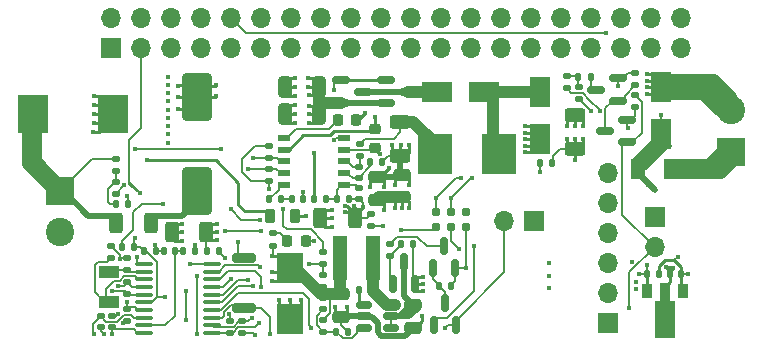
<source format=gtl>
%TF.GenerationSoftware,KiCad,Pcbnew,(6.0.5)*%
%TF.CreationDate,2022-05-29T19:21:04+02:00*%
%TF.ProjectId,SolarCamPiV2,536f6c61-7243-4616-9d50-6956322e6b69,rev?*%
%TF.SameCoordinates,Original*%
%TF.FileFunction,Copper,L1,Top*%
%TF.FilePolarity,Positive*%
%FSLAX46Y46*%
G04 Gerber Fmt 4.6, Leading zero omitted, Abs format (unit mm)*
G04 Created by KiCad (PCBNEW (6.0.5)) date 2022-05-29 19:21:04*
%MOMM*%
%LPD*%
G01*
G04 APERTURE LIST*
G04 Aperture macros list*
%AMRoundRect*
0 Rectangle with rounded corners*
0 $1 Rounding radius*
0 $2 $3 $4 $5 $6 $7 $8 $9 X,Y pos of 4 corners*
0 Add a 4 corners polygon primitive as box body*
4,1,4,$2,$3,$4,$5,$6,$7,$8,$9,$2,$3,0*
0 Add four circle primitives for the rounded corners*
1,1,$1+$1,$2,$3*
1,1,$1+$1,$4,$5*
1,1,$1+$1,$6,$7*
1,1,$1+$1,$8,$9*
0 Add four rect primitives between the rounded corners*
20,1,$1+$1,$2,$3,$4,$5,0*
20,1,$1+$1,$4,$5,$6,$7,0*
20,1,$1+$1,$6,$7,$8,$9,0*
20,1,$1+$1,$8,$9,$2,$3,0*%
%AMFreePoly0*
4,1,9,3.862500,-0.866500,0.737500,-0.866500,0.737500,-0.450000,-0.737500,-0.450000,-0.737500,0.450000,0.737500,0.450000,0.737500,0.866500,3.862500,0.866500,3.862500,-0.866500,3.862500,-0.866500,$1*%
G04 Aperture macros list end*
%TA.AperFunction,SMDPad,CuDef*%
%ADD10RoundRect,0.140000X-0.170000X0.140000X-0.170000X-0.140000X0.170000X-0.140000X0.170000X0.140000X0*%
%TD*%
%TA.AperFunction,SMDPad,CuDef*%
%ADD11RoundRect,0.250000X0.475000X-0.250000X0.475000X0.250000X-0.475000X0.250000X-0.475000X-0.250000X0*%
%TD*%
%TA.AperFunction,SMDPad,CuDef*%
%ADD12RoundRect,0.140000X0.170000X-0.140000X0.170000X0.140000X-0.170000X0.140000X-0.170000X-0.140000X0*%
%TD*%
%TA.AperFunction,SMDPad,CuDef*%
%ADD13RoundRect,0.135000X0.185000X-0.135000X0.185000X0.135000X-0.185000X0.135000X-0.185000X-0.135000X0*%
%TD*%
%TA.AperFunction,SMDPad,CuDef*%
%ADD14R,2.500000X3.300000*%
%TD*%
%TA.AperFunction,SMDPad,CuDef*%
%ADD15R,1.200000X3.700000*%
%TD*%
%TA.AperFunction,SMDPad,CuDef*%
%ADD16RoundRect,0.250000X-0.312500X-0.625000X0.312500X-0.625000X0.312500X0.625000X-0.312500X0.625000X0*%
%TD*%
%TA.AperFunction,SMDPad,CuDef*%
%ADD17RoundRect,0.135000X-0.185000X0.135000X-0.185000X-0.135000X0.185000X-0.135000X0.185000X0.135000X0*%
%TD*%
%TA.AperFunction,ComponentPad*%
%ADD18R,1.700000X1.700000*%
%TD*%
%TA.AperFunction,ComponentPad*%
%ADD19O,1.700000X1.700000*%
%TD*%
%TA.AperFunction,SMDPad,CuDef*%
%ADD20RoundRect,0.250000X0.312500X0.625000X-0.312500X0.625000X-0.312500X-0.625000X0.312500X-0.625000X0*%
%TD*%
%TA.AperFunction,SMDPad,CuDef*%
%ADD21RoundRect,0.135000X0.135000X0.185000X-0.135000X0.185000X-0.135000X-0.185000X0.135000X-0.185000X0*%
%TD*%
%TA.AperFunction,SMDPad,CuDef*%
%ADD22RoundRect,0.140000X-0.140000X-0.170000X0.140000X-0.170000X0.140000X0.170000X-0.140000X0.170000X0*%
%TD*%
%TA.AperFunction,SMDPad,CuDef*%
%ADD23R,1.800000X2.500000*%
%TD*%
%TA.AperFunction,SMDPad,CuDef*%
%ADD24R,2.500000X1.800000*%
%TD*%
%TA.AperFunction,SMDPad,CuDef*%
%ADD25RoundRect,0.135000X-0.135000X-0.185000X0.135000X-0.185000X0.135000X0.185000X-0.135000X0.185000X0*%
%TD*%
%TA.AperFunction,SMDPad,CuDef*%
%ADD26RoundRect,0.100000X-0.637500X-0.100000X0.637500X-0.100000X0.637500X0.100000X-0.637500X0.100000X0*%
%TD*%
%TA.AperFunction,SMDPad,CuDef*%
%ADD27RoundRect,0.225000X0.250000X-0.225000X0.250000X0.225000X-0.250000X0.225000X-0.250000X-0.225000X0*%
%TD*%
%TA.AperFunction,SMDPad,CuDef*%
%ADD28RoundRect,0.250000X1.000000X-1.750000X1.000000X1.750000X-1.000000X1.750000X-1.000000X-1.750000X0*%
%TD*%
%TA.AperFunction,SMDPad,CuDef*%
%ADD29RoundRect,0.150000X0.150000X-0.587500X0.150000X0.587500X-0.150000X0.587500X-0.150000X-0.587500X0*%
%TD*%
%TA.AperFunction,SMDPad,CuDef*%
%ADD30R,0.900000X1.300000*%
%TD*%
%TA.AperFunction,SMDPad,CuDef*%
%ADD31FreePoly0,270.000000*%
%TD*%
%TA.AperFunction,ConnectorPad*%
%ADD32C,0.787400*%
%TD*%
%TA.AperFunction,SMDPad,CuDef*%
%ADD33RoundRect,0.225000X0.225000X0.250000X-0.225000X0.250000X-0.225000X-0.250000X0.225000X-0.250000X0*%
%TD*%
%TA.AperFunction,SMDPad,CuDef*%
%ADD34RoundRect,0.200000X-0.800000X0.200000X-0.800000X-0.200000X0.800000X-0.200000X0.800000X0.200000X0*%
%TD*%
%TA.AperFunction,SMDPad,CuDef*%
%ADD35R,1.100000X0.510000*%
%TD*%
%TA.AperFunction,SMDPad,CuDef*%
%ADD36RoundRect,0.218750X0.218750X0.256250X-0.218750X0.256250X-0.218750X-0.256250X0.218750X-0.256250X0*%
%TD*%
%TA.AperFunction,SMDPad,CuDef*%
%ADD37RoundRect,0.250000X0.375000X0.625000X-0.375000X0.625000X-0.375000X-0.625000X0.375000X-0.625000X0*%
%TD*%
%TA.AperFunction,SMDPad,CuDef*%
%ADD38RoundRect,0.218750X0.218750X0.381250X-0.218750X0.381250X-0.218750X-0.381250X0.218750X-0.381250X0*%
%TD*%
%TA.AperFunction,SMDPad,CuDef*%
%ADD39R,2.300000X2.500000*%
%TD*%
%TA.AperFunction,SMDPad,CuDef*%
%ADD40RoundRect,0.150000X-0.512500X-0.150000X0.512500X-0.150000X0.512500X0.150000X-0.512500X0.150000X0*%
%TD*%
%TA.AperFunction,ComponentPad*%
%ADD41R,2.400000X2.400000*%
%TD*%
%TA.AperFunction,ComponentPad*%
%ADD42C,2.400000*%
%TD*%
%TA.AperFunction,SMDPad,CuDef*%
%ADD43RoundRect,0.250000X-0.625000X0.312500X-0.625000X-0.312500X0.625000X-0.312500X0.625000X0.312500X0*%
%TD*%
%TA.AperFunction,SMDPad,CuDef*%
%ADD44RoundRect,0.250000X-0.325000X-0.650000X0.325000X-0.650000X0.325000X0.650000X-0.325000X0.650000X0*%
%TD*%
%TA.AperFunction,SMDPad,CuDef*%
%ADD45RoundRect,0.140000X0.140000X0.170000X-0.140000X0.170000X-0.140000X-0.170000X0.140000X-0.170000X0*%
%TD*%
%TA.AperFunction,SMDPad,CuDef*%
%ADD46R,1.800000X1.000000*%
%TD*%
%TA.AperFunction,SMDPad,CuDef*%
%ADD47RoundRect,0.150000X-0.587500X-0.150000X0.587500X-0.150000X0.587500X0.150000X-0.587500X0.150000X0*%
%TD*%
%TA.AperFunction,SMDPad,CuDef*%
%ADD48RoundRect,0.150000X0.587500X0.150000X-0.587500X0.150000X-0.587500X-0.150000X0.587500X-0.150000X0*%
%TD*%
%TA.AperFunction,SMDPad,CuDef*%
%ADD49R,2.950000X3.500000*%
%TD*%
%TA.AperFunction,SMDPad,CuDef*%
%ADD50RoundRect,0.250000X-0.475000X0.250000X-0.475000X-0.250000X0.475000X-0.250000X0.475000X0.250000X0*%
%TD*%
%TA.AperFunction,SMDPad,CuDef*%
%ADD51RoundRect,0.250000X0.625000X-0.312500X0.625000X0.312500X-0.625000X0.312500X-0.625000X-0.312500X0*%
%TD*%
%TA.AperFunction,ViaPad*%
%ADD52C,0.450000*%
%TD*%
%TA.AperFunction,Conductor*%
%ADD53C,0.127000*%
%TD*%
%TA.AperFunction,Conductor*%
%ADD54C,0.250000*%
%TD*%
%TA.AperFunction,Conductor*%
%ADD55C,1.000000*%
%TD*%
%TA.AperFunction,Conductor*%
%ADD56C,0.500000*%
%TD*%
G04 APERTURE END LIST*
D10*
%TO.P,C19,1*%
%TO.N,+5V*%
X126400000Y-125920000D03*
%TO.P,C19,2*%
%TO.N,Net-(C19-Pad2)*%
X126400000Y-126880000D03*
%TD*%
D11*
%TO.P,C8,1*%
%TO.N,GND2*%
X130918820Y-117631320D03*
%TO.P,C8,2*%
%TO.N,+BATT*%
X130918820Y-115731320D03*
%TD*%
D10*
%TO.P,C10,1*%
%TO.N,GND*%
X108500000Y-127470000D03*
%TO.P,C10,2*%
%TO.N,/I_{Solar}*%
X108500000Y-128430000D03*
%TD*%
D12*
%TO.P,C22,1*%
%TO.N,Net-(C22-Pad1)*%
X109800000Y-123560000D03*
%TO.P,C22,2*%
%TO.N,GND*%
X109800000Y-122600000D03*
%TD*%
D13*
%TO.P,R17,1*%
%TO.N,+5V*%
X122100000Y-121510000D03*
%TO.P,R17,2*%
%TO.N,Net-(D5-Pad2)*%
X122100000Y-120490000D03*
%TD*%
D14*
%TO.P,D6,1,K*%
%TO.N,/+SOLAR*%
X101799999Y-110400000D03*
%TO.P,D6,2,A*%
%TO.N,GND*%
X108599999Y-110400000D03*
%TD*%
D15*
%TO.P,L2,1*%
%TO.N,Net-(C17-Pad2)*%
X130600000Y-122600000D03*
%TO.P,L2,2*%
%TO.N,+5V*%
X127800000Y-122600000D03*
%TD*%
D16*
%TO.P,R13,1*%
%TO.N,/+SOLAR*%
X108837500Y-119600000D03*
%TO.P,R13,2*%
%TO.N,Net-(C26-Pad1)*%
X111762500Y-119600000D03*
%TD*%
D17*
%TO.P,R9,1*%
%TO.N,GND*%
X126400000Y-122090000D03*
%TO.P,R9,2*%
%TO.N,Net-(R10-Pad1)*%
X126400000Y-123110000D03*
%TD*%
D18*
%TO.P,JP1,1,A*%
%TO.N,+3V3*%
X144250000Y-119425000D03*
D19*
%TO.P,JP1,2,B*%
%TO.N,/rpi_on_stm*%
X141710000Y-119425000D03*
%TD*%
D20*
%TO.P,R8,1*%
%TO.N,GND2*%
X129062500Y-119200000D03*
%TO.P,R8,2*%
%TO.N,GND1*%
X126137500Y-119200000D03*
%TD*%
D21*
%TO.P,R14,1*%
%TO.N,+BATT*%
X131360000Y-114450000D03*
%TO.P,R14,2*%
%TO.N,Net-(C7-Pad2)*%
X130340000Y-114450000D03*
%TD*%
D22*
%TO.P,C21,1*%
%TO.N,/~{RST}*%
X111220000Y-122000000D03*
%TO.P,C21,2*%
%TO.N,GND*%
X112180000Y-122000000D03*
%TD*%
D17*
%TO.P,R33,1*%
%TO.N,Net-(R32-Pad2)*%
X147000000Y-107190000D03*
%TO.P,R33,2*%
%TO.N,GND*%
X147000000Y-108210000D03*
%TD*%
D13*
%TO.P,R34,1*%
%TO.N,/U_{Batt}*%
X148000000Y-109110000D03*
%TO.P,R34,2*%
%TO.N,Net-(R32-Pad2)*%
X148000000Y-108090000D03*
%TD*%
D23*
%TO.P,D7,1,K*%
%TO.N,+BATT*%
X155000000Y-112100000D03*
%TO.P,D7,2,A*%
%TO.N,GND2*%
X155000000Y-108100000D03*
%TD*%
%TO.P,D2,1,K*%
%TO.N,Net-(D1-Pad1)*%
X144718820Y-108481320D03*
%TO.P,D2,2,A*%
%TO.N,GND1*%
X144718820Y-112481320D03*
%TD*%
D24*
%TO.P,D1,1,K*%
%TO.N,Net-(D1-Pad1)*%
X140018820Y-108481320D03*
%TO.P,D1,2,A*%
%TO.N,Net-(D1-Pad2)*%
X136018820Y-108481320D03*
%TD*%
D17*
%TO.P,R30,1*%
%TO.N,/u_batt_div_on*%
X152800000Y-108800000D03*
%TO.P,R30,2*%
%TO.N,GND*%
X152800000Y-109820000D03*
%TD*%
D25*
%TO.P,R24,1*%
%TO.N,/I_{Load}*%
X144690000Y-114525000D03*
%TO.P,R24,2*%
%TO.N,GND3*%
X145710000Y-114525000D03*
%TD*%
D11*
%TO.P,C15,1*%
%TO.N,GND3*%
X134000000Y-128450000D03*
%TO.P,C15,2*%
%TO.N,Net-(C15-Pad2)*%
X134000000Y-126550000D03*
%TD*%
D26*
%TO.P,U4,1,PB7/PB8*%
%TO.N,/SDA*%
X111237500Y-123075000D03*
%TO.P,U4,2,PB9/PC14-OSC32_IN*%
%TO.N,Net-(C22-Pad1)*%
X111237500Y-123725000D03*
%TO.P,U4,3,PC15-OSC32_OUT*%
%TO.N,Net-(C23-Pad1)*%
X111237500Y-124375000D03*
%TO.P,U4,4,VDD/VDDA*%
%TO.N,Net-(C24-Pad1)*%
X111237500Y-125025000D03*
%TO.P,U4,5,VSS/VSSA*%
%TO.N,GND*%
X111237500Y-125675000D03*
%TO.P,U4,6,NRST*%
%TO.N,/~{RST}*%
X111237500Y-126325000D03*
%TO.P,U4,7,PA0*%
%TO.N,/U_{Solar}*%
X111237500Y-126975000D03*
%TO.P,U4,8,PA1*%
%TO.N,/U_{Batt}*%
X111237500Y-127625000D03*
%TO.P,U4,9,PA2*%
%TO.N,/U_{Load}*%
X111237500Y-128275000D03*
%TO.P,U4,10,PA3*%
%TO.N,/I_{Solar}*%
X111237500Y-128925000D03*
%TO.P,U4,11,PA4*%
%TO.N,/I_{Charge}*%
X116962500Y-128925000D03*
%TO.P,U4,12,PA5*%
%TO.N,/I_{Load}*%
X116962500Y-128275000D03*
%TO.P,U4,13,PA6*%
%TO.N,/u_batt_div_on*%
X116962500Y-127625000D03*
%TO.P,U4,14,PA7*%
%TO.N,/rpi_on_stm*%
X116962500Y-126975000D03*
%TO.P,U4,15,PB0/PB1/PB2/PA8*%
%TO.N,/~{CHRG}*%
X116962500Y-126325000D03*
%TO.P,U4,16,PA11[PA9]*%
%TO.N,/~{DONE}*%
X116962500Y-125675000D03*
%TO.P,U4,17,PA12[PA10]*%
%TO.N,/GPIO*%
X116962500Y-125025000D03*
%TO.P,U4,18,PA13*%
%TO.N,/SWDIO*%
X116962500Y-124375000D03*
%TO.P,U4,19,PA15/PA14-BOOT0*%
%TO.N,/SWCLK*%
X116962500Y-123725000D03*
%TO.P,U4,20,PB3/PB4/PB5/PB6*%
%TO.N,/SCL*%
X116962500Y-123075000D03*
%TD*%
D27*
%TO.P,C4,1*%
%TO.N,/+SOLAR*%
X130750000Y-113225000D03*
%TO.P,C4,2*%
%TO.N,GND2*%
X130750000Y-111675000D03*
%TD*%
D17*
%TO.P,R20,1*%
%TO.N,Net-(R19-Pad2)*%
X108800000Y-116090000D03*
%TO.P,R20,2*%
%TO.N,GND*%
X108800000Y-117110000D03*
%TD*%
D28*
%TO.P,C26,1*%
%TO.N,Net-(C26-Pad1)*%
X115700000Y-116932500D03*
%TO.P,C26,2*%
%TO.N,GND*%
X115700000Y-108932500D03*
%TD*%
D29*
%TO.P,Q4,1,G*%
%TO.N,Net-(Q4-Pad1)*%
X132250000Y-124737500D03*
%TO.P,Q4,2,S*%
%TO.N,+BATT*%
X134150000Y-124737500D03*
%TO.P,Q4,3,D*%
%TO.N,Net-(C15-Pad2)*%
X133200000Y-122862500D03*
%TD*%
D21*
%TO.P,R22,1*%
%TO.N,/I_{Solar}*%
X117535000Y-122000000D03*
%TO.P,R22,2*%
%TO.N,GND1*%
X116515000Y-122000000D03*
%TD*%
D10*
%TO.P,C7,1*%
%TO.N,Net-(C7-Pad1)*%
X129418820Y-114820000D03*
%TO.P,C7,2*%
%TO.N,Net-(C7-Pad2)*%
X129418820Y-115780000D03*
%TD*%
D13*
%TO.P,R23,1*%
%TO.N,/I_{Charge}*%
X130425000Y-119885000D03*
%TO.P,R23,2*%
%TO.N,GND2*%
X130425000Y-118865000D03*
%TD*%
D30*
%TO.P,U2,1,GND*%
%TO.N,GND*%
X156800000Y-125350000D03*
D31*
%TO.P,U2,2,VIN*%
%TO.N,+BATT*%
X155300000Y-125437500D03*
D30*
%TO.P,U2,3,VOUT*%
%TO.N,+3V3*%
X153800000Y-125350000D03*
%TD*%
D17*
%TO.P,R29,1*%
%TO.N,Net-(Q3-Pad3)*%
X132025000Y-121389769D03*
%TO.P,R29,2*%
%TO.N,Net-(Q4-Pad1)*%
X132025000Y-122409769D03*
%TD*%
D25*
%TO.P,R28,1*%
%TO.N,Net-(C19-Pad2)*%
X127490000Y-128800000D03*
%TO.P,R28,2*%
%TO.N,GND3*%
X128510000Y-128800000D03*
%TD*%
D22*
%TO.P,C6,1*%
%TO.N,Net-(C6-Pad1)*%
X123738820Y-117581320D03*
%TO.P,C6,2*%
%TO.N,GND2*%
X124698820Y-117581320D03*
%TD*%
D20*
%TO.P,R6,1*%
%TO.N,GND1*%
X116462500Y-120400000D03*
%TO.P,R6,2*%
%TO.N,GND*%
X113537500Y-120400000D03*
%TD*%
D17*
%TO.P,R19,1*%
%TO.N,/+SOLAR*%
X108800000Y-114190000D03*
%TO.P,R19,2*%
%TO.N,Net-(R19-Pad2)*%
X108800000Y-115210000D03*
%TD*%
D12*
%TO.P,C13,1*%
%TO.N,GND*%
X119500000Y-128880000D03*
%TO.P,C13,2*%
%TO.N,/I_{Load}*%
X119500000Y-127920000D03*
%TD*%
D32*
%TO.P,J1,1,VTGT*%
%TO.N,+3V3*%
X135905000Y-119935000D03*
%TO.P,J1,2,SWDIO*%
%TO.N,/SWDIO*%
X135905000Y-118665000D03*
%TO.P,J1,3,~{RESET}*%
%TO.N,/~{RST}*%
X137175000Y-119935000D03*
%TO.P,J1,4,SWCLK*%
%TO.N,/SWCLK*%
X137175000Y-118665000D03*
%TO.P,J1,5,GND*%
%TO.N,GND*%
X138445000Y-119935000D03*
%TO.P,J1,6,SWO*%
%TO.N,unconnected-(J1-Pad6)*%
X138445000Y-118665000D03*
%TD*%
D25*
%TO.P,R25,1*%
%TO.N,Net-(Q4-Pad1)*%
X132990000Y-121400000D03*
%TO.P,R25,2*%
%TO.N,+BATT*%
X134010000Y-121400000D03*
%TD*%
D13*
%TO.P,R3,1*%
%TO.N,+3V3*%
X121750000Y-116035000D03*
%TO.P,R3,2*%
%TO.N,/~{DONE}*%
X121750000Y-115015000D03*
%TD*%
D33*
%TO.P,C5,1*%
%TO.N,/+SOLAR*%
X129175000Y-110900000D03*
%TO.P,C5,2*%
%TO.N,Net-(C5-Pad2)*%
X127625000Y-110900000D03*
%TD*%
D34*
%TO.P,SW1,1,1*%
%TO.N,+3V3*%
X119700000Y-122600000D03*
%TO.P,SW1,2,2*%
%TO.N,/u_batt_div_on*%
X119700000Y-126800000D03*
%TD*%
D10*
%TO.P,C20,1*%
%TO.N,/U_{Batt}*%
X107550000Y-127470000D03*
%TO.P,C20,2*%
%TO.N,GND*%
X107550000Y-128430000D03*
%TD*%
D29*
%TO.P,D3,1,A*%
%TO.N,/rpi_on_rpi*%
X135750000Y-128237500D03*
%TO.P,D3,2,A*%
%TO.N,/rpi_on_stm*%
X137650000Y-128237500D03*
%TO.P,D3,3,K*%
%TO.N,Net-(D3-Pad3)*%
X136700000Y-126362500D03*
%TD*%
D25*
%TO.P,R21,1*%
%TO.N,Net-(R19-Pad2)*%
X108790000Y-118000000D03*
%TO.P,R21,2*%
%TO.N,/U_{Solar}*%
X109810000Y-118000000D03*
%TD*%
D35*
%TO.P,U1,1,VG*%
%TO.N,Net-(C5-Pad2)*%
X123068820Y-112381320D03*
%TO.P,U1,2,GND*%
%TO.N,GND2*%
X123068820Y-113381320D03*
%TO.P,U1,3,~{CHRG}*%
%TO.N,/~{CHRG}*%
X123068820Y-114381320D03*
%TO.P,U1,4,~{DONE}*%
%TO.N,/~{DONE}*%
X123068820Y-115381320D03*
%TO.P,U1,5,COM*%
%TO.N,Net-(R11-Pad1)*%
X123068820Y-116381320D03*
%TO.P,U1,6,MPPT*%
%TO.N,Net-(C3-Pad2)*%
X128168820Y-116381320D03*
%TO.P,U1,7,BAT*%
%TO.N,Net-(C7-Pad2)*%
X128168820Y-115381320D03*
%TO.P,U1,8,CSP*%
%TO.N,Net-(C7-Pad1)*%
X128168820Y-114381320D03*
%TO.P,U1,9,VCC*%
%TO.N,/+SOLAR*%
X128168820Y-113381320D03*
%TO.P,U1,10,DRV*%
%TO.N,Net-(Q1-Pad1)*%
X128168820Y-112381320D03*
%TD*%
D36*
%TO.P,D5,1,K*%
%TO.N,GND3*%
X124887500Y-121100000D03*
%TO.P,D5,2,A*%
%TO.N,Net-(D5-Pad2)*%
X123312500Y-121100000D03*
%TD*%
D37*
%TO.P,F1,1*%
%TO.N,Net-(BT1-Pad1)*%
X155850000Y-115025000D03*
%TO.P,F1,2*%
%TO.N,+BATT*%
X153050000Y-115025000D03*
%TD*%
D13*
%TO.P,R4,1*%
%TO.N,/~{CHRG}*%
X121750000Y-114110000D03*
%TO.P,R4,2*%
%TO.N,+3V3*%
X121750000Y-113090000D03*
%TD*%
D12*
%TO.P,C3,1*%
%TO.N,GND2*%
X129418820Y-117580000D03*
%TO.P,C3,2*%
%TO.N,Net-(C3-Pad2)*%
X129418820Y-116620000D03*
%TD*%
D11*
%TO.P,C9,1*%
%TO.N,GND2*%
X133018820Y-117431320D03*
%TO.P,C9,2*%
%TO.N,+BATT*%
X133018820Y-115531320D03*
%TD*%
D18*
%TO.P,J3,1,Pin_1*%
%TO.N,GND3*%
X150500000Y-128050000D03*
D19*
%TO.P,J3,2,Pin_2*%
%TO.N,unconnected-(J3-Pad2)*%
X150500000Y-125510000D03*
%TO.P,J3,3,Pin_3*%
%TO.N,unconnected-(J3-Pad3)*%
X150500000Y-122970000D03*
%TO.P,J3,4,Pin_4*%
%TO.N,/TX*%
X150500000Y-120430000D03*
%TO.P,J3,5,Pin_5*%
%TO.N,/RX*%
X150500000Y-117890000D03*
%TO.P,J3,6,Pin_6*%
%TO.N,unconnected-(J3-Pad6)*%
X150500000Y-115350000D03*
%TD*%
D38*
%TO.P,FB1,1*%
%TO.N,+3V3*%
X124012499Y-119050000D03*
%TO.P,FB1,2*%
%TO.N,Net-(C24-Pad1)*%
X121887499Y-119050000D03*
%TD*%
D17*
%TO.P,R7,1*%
%TO.N,Net-(R10-Pad1)*%
X126400000Y-123990000D03*
%TO.P,R7,2*%
%TO.N,+5V*%
X126400000Y-125010000D03*
%TD*%
D39*
%TO.P,D4,1,A1*%
%TO.N,+5V*%
X123600000Y-123450000D03*
%TO.P,D4,2,A2*%
%TO.N,GND3*%
X123600000Y-127750000D03*
%TD*%
D25*
%TO.P,R5,1*%
%TO.N,+3V3*%
X109340000Y-121600000D03*
%TO.P,R5,2*%
%TO.N,/~{RST}*%
X110360000Y-121600000D03*
%TD*%
D40*
%TO.P,U3,1,BS*%
%TO.N,Net-(C17-Pad1)*%
X129862500Y-126550000D03*
%TO.P,U3,2,GND*%
%TO.N,GND3*%
X129862500Y-127500000D03*
%TO.P,U3,3,FB*%
%TO.N,Net-(C19-Pad2)*%
X129862500Y-128450000D03*
%TO.P,U3,4,EN*%
%TO.N,Net-(C15-Pad2)*%
X132137500Y-128450000D03*
%TO.P,U3,5,IN*%
X132137500Y-127500000D03*
%TO.P,U3,6,LX*%
%TO.N,Net-(C17-Pad2)*%
X132137500Y-126550000D03*
%TD*%
D41*
%TO.P,SC1,1,+*%
%TO.N,/+SOLAR*%
X104100000Y-116900000D03*
D42*
%TO.P,SC1,2,-*%
%TO.N,GND*%
X104100000Y-120400000D03*
%TD*%
D21*
%TO.P,R10,1*%
%TO.N,Net-(R10-Pad1)*%
X115535000Y-122000000D03*
%TO.P,R10,2*%
%TO.N,/U_{Load}*%
X114515000Y-122000000D03*
%TD*%
D43*
%TO.P,R15,1*%
%TO.N,Net-(L1-Pad2)*%
X132918820Y-111018820D03*
%TO.P,R15,2*%
%TO.N,+BATT*%
X132918820Y-113943820D03*
%TD*%
D44*
%TO.P,C1,1*%
%TO.N,GND2*%
X123106320Y-108081320D03*
%TO.P,C1,2*%
%TO.N,/+SOLAR*%
X126056320Y-108081320D03*
%TD*%
D45*
%TO.P,C14,1*%
%TO.N,GND*%
X156680000Y-123900000D03*
%TO.P,C14,2*%
%TO.N,+BATT*%
X155720000Y-123900000D03*
%TD*%
D44*
%TO.P,C2,1*%
%TO.N,GND2*%
X123106320Y-110381320D03*
%TO.P,C2,2*%
%TO.N,/+SOLAR*%
X126056320Y-110381320D03*
%TD*%
D10*
%TO.P,C24,1*%
%TO.N,Net-(C24-Pad1)*%
X109800000Y-124620000D03*
%TO.P,C24,2*%
%TO.N,GND*%
X109800000Y-125580000D03*
%TD*%
D46*
%TO.P,Y1,1,1*%
%TO.N,Net-(C23-Pad1)*%
X108200000Y-126250000D03*
%TO.P,Y1,2,2*%
%TO.N,Net-(C22-Pad1)*%
X108200000Y-123750000D03*
%TD*%
D25*
%TO.P,R2,1*%
%TO.N,Net-(C3-Pad2)*%
X127508820Y-117581320D03*
%TO.P,R2,2*%
%TO.N,GND2*%
X128528820Y-117581320D03*
%TD*%
D22*
%TO.P,C17,1*%
%TO.N,Net-(C17-Pad1)*%
X129420000Y-125300000D03*
%TO.P,C17,2*%
%TO.N,Net-(C17-Pad2)*%
X130380000Y-125300000D03*
%TD*%
D25*
%TO.P,R1,1*%
%TO.N,/+SOLAR*%
X125608820Y-117581320D03*
%TO.P,R1,2*%
%TO.N,Net-(C3-Pad2)*%
X126628820Y-117581320D03*
%TD*%
D45*
%TO.P,C16,1*%
%TO.N,GND*%
X154780000Y-123900000D03*
%TO.P,C16,2*%
%TO.N,+3V3*%
X153820000Y-123900000D03*
%TD*%
D17*
%TO.P,R27,1*%
%TO.N,+5V*%
X126400000Y-127790000D03*
%TO.P,R27,2*%
%TO.N,Net-(C19-Pad2)*%
X126400000Y-128810000D03*
%TD*%
D41*
%TO.P,BT1,1,+*%
%TO.N,Net-(BT1-Pad1)*%
X160900000Y-113550000D03*
D42*
%TO.P,BT1,2,-*%
%TO.N,GND2*%
X160900000Y-110050000D03*
%TD*%
D47*
%TO.P,Q2,1,G*%
%TO.N,Net-(Q1-Pad1)*%
X127881320Y-107531320D03*
%TO.P,Q2,2,S*%
%TO.N,/+SOLAR*%
X127881320Y-109431320D03*
%TO.P,Q2,3,D*%
%TO.N,Net-(D1-Pad2)*%
X129756320Y-108481320D03*
%TD*%
D48*
%TO.P,Q6,1,G*%
%TO.N,Net-(Q5-Pad3)*%
X151337500Y-109250000D03*
%TO.P,Q6,2,S*%
%TO.N,+BATT*%
X151337500Y-107350000D03*
%TO.P,Q6,3,D*%
%TO.N,Net-(Q6-Pad3)*%
X149462500Y-108300000D03*
%TD*%
D25*
%TO.P,R26,1*%
%TO.N,Net-(D3-Pad3)*%
X136190000Y-124900000D03*
%TO.P,R26,2*%
%TO.N,GND*%
X137210000Y-124900000D03*
%TD*%
D22*
%TO.P,C25,1*%
%TO.N,GND*%
X112870000Y-122000000D03*
%TO.P,C25,2*%
%TO.N,/U_{Load}*%
X113830000Y-122000000D03*
%TD*%
D18*
%TO.P,JP4,1,A*%
%TO.N,+3V3*%
X154425000Y-119100000D03*
D19*
%TO.P,JP4,2,B*%
%TO.N,/u_batt_div_on*%
X154425000Y-121640000D03*
%TD*%
D25*
%TO.P,R11,1*%
%TO.N,Net-(R11-Pad1)*%
X121808820Y-117581320D03*
%TO.P,R11,2*%
%TO.N,Net-(C6-Pad1)*%
X122828820Y-117581320D03*
%TD*%
D12*
%TO.P,C23,1*%
%TO.N,Net-(C23-Pad1)*%
X108450000Y-122530000D03*
%TO.P,C23,2*%
%TO.N,GND*%
X108450000Y-121570000D03*
%TD*%
D49*
%TO.P,L1,1*%
%TO.N,Net-(D1-Pad1)*%
X141268820Y-113781320D03*
%TO.P,L1,2*%
%TO.N,Net-(L1-Pad2)*%
X135818820Y-113781320D03*
%TD*%
D50*
%TO.P,C18,1*%
%TO.N,+5V*%
X127900000Y-125650000D03*
%TO.P,C18,2*%
%TO.N,GND3*%
X127900000Y-127550000D03*
%TD*%
D47*
%TO.P,Q1,1,G*%
%TO.N,Net-(Q1-Pad1)*%
X131681320Y-107531320D03*
%TO.P,Q1,2,S*%
%TO.N,/+SOLAR*%
X131681320Y-109431320D03*
%TO.P,Q1,3,D*%
%TO.N,Net-(D1-Pad2)*%
X133556320Y-108481320D03*
%TD*%
D29*
%TO.P,Q3,1,G*%
%TO.N,Net-(D3-Pad3)*%
X135650000Y-123437500D03*
%TO.P,Q3,2,S*%
%TO.N,GND*%
X137550000Y-123437500D03*
%TO.P,Q3,3,D*%
%TO.N,Net-(Q3-Pad3)*%
X136600000Y-121562500D03*
%TD*%
D48*
%TO.P,Q5,1,G*%
%TO.N,/u_batt_div_on*%
X152137500Y-112750000D03*
%TO.P,Q5,2,S*%
%TO.N,GND*%
X152137500Y-110850000D03*
%TO.P,Q5,3,D*%
%TO.N,Net-(Q5-Pad3)*%
X150262500Y-111800000D03*
%TD*%
D12*
%TO.P,C11,1*%
%TO.N,GND*%
X109800000Y-127880000D03*
%TO.P,C11,2*%
%TO.N,/U_{Solar}*%
X109800000Y-126920000D03*
%TD*%
D21*
%TO.P,R32,1*%
%TO.N,Net-(Q6-Pad3)*%
X149010000Y-107200000D03*
%TO.P,R32,2*%
%TO.N,Net-(R32-Pad2)*%
X147990000Y-107200000D03*
%TD*%
D10*
%TO.P,C12,1*%
%TO.N,GND*%
X118500000Y-127920000D03*
%TO.P,C12,2*%
%TO.N,/I_{Charge}*%
X118500000Y-128880000D03*
%TD*%
D13*
%TO.P,R31,1*%
%TO.N,Net-(Q5-Pad3)*%
X152800000Y-107920000D03*
%TO.P,R31,2*%
%TO.N,+BATT*%
X152800000Y-106900000D03*
%TD*%
%TO.P,R12,1*%
%TO.N,Net-(C7-Pad1)*%
X129450000Y-113910000D03*
%TO.P,R12,2*%
%TO.N,Net-(L1-Pad2)*%
X129450000Y-112890000D03*
%TD*%
D51*
%TO.P,R16,1*%
%TO.N,GND3*%
X147700000Y-113362500D03*
%TO.P,R16,2*%
%TO.N,GND2*%
X147700000Y-110437500D03*
%TD*%
D18*
%TO.P,J2,1,Pin_1*%
%TO.N,unconnected-(J2-Pad1)*%
X108400000Y-104800000D03*
D19*
%TO.P,J2,2,Pin_2*%
%TO.N,+5V*%
X108400000Y-102260000D03*
%TO.P,J2,3,Pin_3*%
%TO.N,/SDA*%
X110940000Y-104800000D03*
%TO.P,J2,4,Pin_4*%
%TO.N,+5V*%
X110940000Y-102260000D03*
%TO.P,J2,5,Pin_5*%
%TO.N,/SCL*%
X113480000Y-104800000D03*
%TO.P,J2,6,Pin_6*%
%TO.N,GND3*%
X113480000Y-102260000D03*
%TO.P,J2,7,Pin_7*%
%TO.N,/GPIO*%
X116020000Y-104800000D03*
%TO.P,J2,8,Pin_8*%
%TO.N,/RX*%
X116020000Y-102260000D03*
%TO.P,J2,9,Pin_9*%
%TO.N,GND3*%
X118560000Y-104800000D03*
%TO.P,J2,10,Pin_10*%
%TO.N,/TX*%
X118560000Y-102260000D03*
%TO.P,J2,11,Pin_11*%
%TO.N,Net-(J2-Pad11)*%
X121100000Y-104800000D03*
%TO.P,J2,12,Pin_12*%
%TO.N,unconnected-(J2-Pad12)*%
X121100000Y-102260000D03*
%TO.P,J2,13,Pin_13*%
%TO.N,Net-(J2-Pad13)*%
X123640000Y-104800000D03*
%TO.P,J2,14,Pin_14*%
%TO.N,GND3*%
X123640000Y-102260000D03*
%TO.P,J2,15,Pin_15*%
%TO.N,Net-(J2-Pad15)*%
X126180000Y-104800000D03*
%TO.P,J2,16,Pin_16*%
%TO.N,unconnected-(J2-Pad16)*%
X126180000Y-102260000D03*
%TO.P,J2,17,Pin_17*%
%TO.N,unconnected-(J2-Pad17)*%
X128720000Y-104800000D03*
%TO.P,J2,18,Pin_18*%
%TO.N,unconnected-(J2-Pad18)*%
X128720000Y-102260000D03*
%TO.P,J2,19,Pin_19*%
%TO.N,unconnected-(J2-Pad19)*%
X131260000Y-104800000D03*
%TO.P,J2,20,Pin_20*%
%TO.N,GND3*%
X131260000Y-102260000D03*
%TO.P,J2,21,Pin_21*%
%TO.N,unconnected-(J2-Pad21)*%
X133800000Y-104800000D03*
%TO.P,J2,22,Pin_22*%
%TO.N,unconnected-(J2-Pad22)*%
X133800000Y-102260000D03*
%TO.P,J2,23,Pin_23*%
%TO.N,unconnected-(J2-Pad23)*%
X136340000Y-104800000D03*
%TO.P,J2,24,Pin_24*%
%TO.N,unconnected-(J2-Pad24)*%
X136340000Y-102260000D03*
%TO.P,J2,25,Pin_25*%
%TO.N,GND3*%
X138880000Y-104800000D03*
%TO.P,J2,26,Pin_26*%
%TO.N,unconnected-(J2-Pad26)*%
X138880000Y-102260000D03*
%TO.P,J2,27,Pin_27*%
%TO.N,unconnected-(J2-Pad27)*%
X141420000Y-104800000D03*
%TO.P,J2,28,Pin_28*%
%TO.N,unconnected-(J2-Pad28)*%
X141420000Y-102260000D03*
%TO.P,J2,29,Pin_29*%
%TO.N,Net-(J2-Pad29)*%
X143960000Y-104800000D03*
%TO.P,J2,30,Pin_30*%
%TO.N,GND3*%
X143960000Y-102260000D03*
%TO.P,J2,31,Pin_31*%
%TO.N,unconnected-(J2-Pad31)*%
X146500000Y-104800000D03*
%TO.P,J2,32,Pin_32*%
%TO.N,unconnected-(J2-Pad32)*%
X146500000Y-102260000D03*
%TO.P,J2,33,Pin_33*%
%TO.N,unconnected-(J2-Pad33)*%
X149040000Y-104800000D03*
%TO.P,J2,34,Pin_34*%
%TO.N,GND3*%
X149040000Y-102260000D03*
%TO.P,J2,35,Pin_35*%
%TO.N,unconnected-(J2-Pad35)*%
X151580000Y-104800000D03*
%TO.P,J2,36,Pin_36*%
%TO.N,unconnected-(J2-Pad36)*%
X151580000Y-102260000D03*
%TO.P,J2,37,Pin_37*%
%TO.N,unconnected-(J2-Pad37)*%
X154120000Y-104800000D03*
%TO.P,J2,38,Pin_38*%
%TO.N,unconnected-(J2-Pad38)*%
X154120000Y-102260000D03*
%TO.P,J2,39,Pin_39*%
%TO.N,GND3*%
X156660000Y-104800000D03*
%TO.P,J2,40,Pin_40*%
%TO.N,unconnected-(J2-Pad40)*%
X156660000Y-102260000D03*
%TD*%
D52*
%TO.N,GND2*%
X124025000Y-108075000D03*
X128250000Y-118650000D03*
X129775000Y-118225000D03*
X124025000Y-109625000D03*
X153750000Y-106975000D03*
X153750000Y-108675000D03*
X124025000Y-111150000D03*
X153750000Y-107540000D03*
X124700000Y-116950000D03*
X132425000Y-118300000D03*
X131500000Y-118500000D03*
X128250000Y-118150000D03*
X147700000Y-111400000D03*
X124025000Y-107325000D03*
X133600000Y-118300000D03*
X130750000Y-110650000D03*
X124025000Y-108850000D03*
X153750000Y-108100000D03*
X133025000Y-118300000D03*
X148400000Y-111400000D03*
X124025000Y-110375000D03*
X147000000Y-111400000D03*
X128975000Y-118125000D03*
%TO.N,GND1*%
X143450000Y-113600000D03*
X117400000Y-121000000D03*
X117400000Y-119700000D03*
X117400000Y-120350000D03*
X143450000Y-111950000D03*
X127100000Y-119200000D03*
X143450000Y-111400000D03*
X143450000Y-112500000D03*
X143450000Y-113050000D03*
X127100000Y-119900000D03*
X127100000Y-118500000D03*
%TO.N,/I_{Solar}*%
X108500000Y-129000000D03*
X118025000Y-122525000D03*
X115700000Y-124100000D03*
X115700000Y-129000000D03*
%TO.N,GND*%
X107800000Y-129000000D03*
X109550000Y-116425000D03*
X152500000Y-122900000D03*
X106962500Y-111150000D03*
X108500000Y-125398498D03*
X122950000Y-118425000D03*
X114450000Y-119675000D03*
X114450000Y-120400000D03*
X138500000Y-123400000D03*
X114082500Y-107967500D03*
X149800000Y-110100000D03*
X106950000Y-109600000D03*
X152900000Y-125200000D03*
X152150000Y-111550000D03*
X118400000Y-127325000D03*
X106950000Y-110400000D03*
X114075000Y-108950000D03*
X152900000Y-124600000D03*
X109400000Y-128100000D03*
X112175000Y-121425000D03*
X145500000Y-125100000D03*
X106950000Y-108875000D03*
X117317500Y-108882500D03*
X109150000Y-122650000D03*
X106925000Y-111925000D03*
X145500000Y-124050000D03*
X120600000Y-129050000D03*
X114450000Y-121125000D03*
X156400000Y-122450000D03*
X109000000Y-127300000D03*
X114057500Y-109942500D03*
X157300000Y-123900000D03*
X117317500Y-107957500D03*
X145500000Y-123000000D03*
%TO.N,/U_{Solar}*%
X109800000Y-126300000D03*
X109800000Y-117300000D03*
%TO.N,/I_{Charge}*%
X121000000Y-119325000D03*
X114725000Y-125325000D03*
X114725000Y-127825000D03*
X118550000Y-118425000D03*
X120900000Y-128075000D03*
X131400000Y-119875000D03*
%TO.N,/I_{Load}*%
X120325000Y-127625000D03*
X144700000Y-115300000D03*
%TO.N,+5V*%
X122000000Y-124475000D03*
X122000000Y-123750000D03*
X122000000Y-122425000D03*
%TO.N,/U_{Batt}*%
X107000000Y-129000000D03*
X149075000Y-110125000D03*
%TO.N,/~{RST}*%
X110400000Y-113300000D03*
X117700000Y-113300000D03*
X137875000Y-121825000D03*
X110400000Y-120900000D03*
X113000000Y-125900000D03*
%TO.N,Net-(C24-Pad1)*%
X109000000Y-124950000D03*
X111425000Y-114275000D03*
%TO.N,/~{CHRG}*%
X120450000Y-114125000D03*
X120450000Y-124900000D03*
%TO.N,/~{DONE}*%
X120000000Y-115025000D03*
X120000000Y-124425000D03*
%TO.N,GND3*%
X128400000Y-126700000D03*
X125625000Y-121125000D03*
X147700000Y-112500000D03*
X148400000Y-112500000D03*
X147700000Y-114300000D03*
X124500000Y-126100000D03*
X122600000Y-126100000D03*
X147000000Y-112500000D03*
X134700000Y-127500000D03*
X127400000Y-126700000D03*
X123600000Y-126100000D03*
%TO.N,+3V3*%
X133000000Y-120200000D03*
X153800000Y-123200000D03*
X112800000Y-118000000D03*
X124950000Y-119050000D03*
X119175000Y-121250000D03*
X153150000Y-123900000D03*
X121750000Y-116700000D03*
%TO.N,Net-(Q1-Pad1)*%
X127250000Y-108300000D03*
X127250000Y-112600000D03*
%TO.N,/u_batt_div_on*%
X121900000Y-129000000D03*
X152300000Y-126775000D03*
%TO.N,/SDA*%
X110900000Y-117100000D03*
X110600000Y-122500000D03*
%TO.N,/GPIO*%
X118550000Y-124325000D03*
%TO.N,/SWDIO*%
X135900000Y-117525000D03*
X121100000Y-125000000D03*
X138000000Y-115800000D03*
%TO.N,/SWCLK*%
X121000000Y-123300000D03*
X137175000Y-117525000D03*
X139000000Y-115800000D03*
%TO.N,/SCL*%
X115100000Y-123075000D03*
%TO.N,/+SOLAR*%
X113200000Y-110700000D03*
X113200000Y-109300000D03*
X131175000Y-113750000D03*
X113200000Y-112800000D03*
X113200000Y-110000000D03*
X125600000Y-113700000D03*
X125131180Y-108768680D03*
X125131180Y-111143680D03*
X113200000Y-108600000D03*
X129900000Y-110300000D03*
X125125000Y-107325000D03*
X113200000Y-107900000D03*
X113200000Y-112100000D03*
X125125000Y-108075000D03*
X125131180Y-110368680D03*
X125131180Y-109668680D03*
X113200000Y-111400000D03*
X113200000Y-107200000D03*
%TO.N,+BATT*%
X155000000Y-113500000D03*
X131500000Y-116575000D03*
X156025000Y-123375000D03*
X155000000Y-110475000D03*
X133600000Y-116375000D03*
X153200000Y-113900000D03*
X131950000Y-114925000D03*
X133650000Y-113025000D03*
X154450000Y-116800000D03*
X132425000Y-116375000D03*
X154150000Y-114350000D03*
X134825000Y-124750000D03*
X154050000Y-113050000D03*
X151350000Y-108025000D03*
X155400000Y-123350000D03*
X132175000Y-113025000D03*
X130325000Y-116575000D03*
X132925000Y-113025000D03*
X154000000Y-116350000D03*
X134825000Y-125350000D03*
X134800000Y-124150000D03*
%TO.N,/rpi_on_rpi*%
X139125000Y-121575000D03*
%TO.N,/rpi_on_stm*%
X125375000Y-128475000D03*
X136725000Y-128475000D03*
%TO.N,/TX*%
X150300000Y-103525000D03*
%TO.N,Net-(R10-Pad1)*%
X121125000Y-120300000D03*
X115525000Y-121425000D03*
X118075000Y-120300000D03*
X125200000Y-123100000D03*
%TD*%
D53*
%TO.N,GND2*%
X128528820Y-117581320D02*
X129393680Y-117581320D01*
D54*
X132425000Y-117725000D02*
X132425000Y-118300000D01*
D55*
X159900000Y-110050000D02*
X158550000Y-108700000D01*
D54*
X130918820Y-117631320D02*
X131206320Y-117631320D01*
X154825000Y-108675000D02*
X153750000Y-108675000D01*
D55*
X159450000Y-107500000D02*
X155800000Y-107500000D01*
D54*
X129062500Y-119200000D02*
X129062500Y-118212500D01*
X123106320Y-108081320D02*
X124018680Y-108081320D01*
X123425000Y-109625000D02*
X124025000Y-109625000D01*
X155000000Y-108500000D02*
X154825000Y-108675000D01*
D55*
X155000000Y-108100000D02*
X159000000Y-108100000D01*
D54*
X123450000Y-111150000D02*
X124025000Y-111150000D01*
X147000000Y-110800000D02*
X147000000Y-111400000D01*
X147700000Y-110437500D02*
X148037500Y-110437500D01*
D53*
X124698820Y-117581320D02*
X124698820Y-116951180D01*
D54*
X148400000Y-110800000D02*
X148400000Y-111400000D01*
X123450000Y-107325000D02*
X124025000Y-107325000D01*
X154450000Y-106975000D02*
X153750000Y-106975000D01*
X155000000Y-107525000D02*
X154450000Y-106975000D01*
X123106320Y-110381320D02*
X123106320Y-110806320D01*
X133600000Y-117775000D02*
X133600000Y-118300000D01*
D55*
X158550000Y-108700000D02*
X155250000Y-108700000D01*
D54*
X147362500Y-110437500D02*
X147000000Y-110800000D01*
X154440000Y-107540000D02*
X153750000Y-107540000D01*
X130300000Y-111850000D02*
X130475000Y-111675000D01*
X129062500Y-119200000D02*
X129062500Y-118937500D01*
D55*
X160900000Y-108950000D02*
X159450000Y-107500000D01*
X131118680Y-117431320D02*
X130925000Y-117625000D01*
D54*
X128400000Y-118150000D02*
X128250000Y-118150000D01*
X126950000Y-112150000D02*
X127250000Y-111850000D01*
X123106320Y-109943680D02*
X123425000Y-109625000D01*
X133018820Y-117431320D02*
X133018820Y-118293820D01*
X155000000Y-108100000D02*
X155000000Y-107525000D01*
X124018680Y-110381320D02*
X124025000Y-110375000D01*
X133018820Y-118293820D02*
X133025000Y-118300000D01*
X155000000Y-108100000D02*
X154440000Y-107540000D01*
X132718680Y-117431320D02*
X132425000Y-117725000D01*
X129062500Y-118937500D02*
X129775000Y-118225000D01*
D55*
X159000000Y-108100000D02*
X160950000Y-110050000D01*
D53*
X129062500Y-119200000D02*
X130100000Y-119200000D01*
D54*
X147700000Y-110437500D02*
X147362500Y-110437500D01*
D55*
X133018820Y-117431320D02*
X131118680Y-117431320D01*
D54*
X129062500Y-118937500D02*
X128675000Y-118550000D01*
X129062500Y-118212500D02*
X128975000Y-118125000D01*
X133018820Y-117431320D02*
X133256320Y-117431320D01*
X123106320Y-110806320D02*
X123450000Y-111150000D01*
D53*
X129775000Y-118225000D02*
X129775000Y-117925000D01*
D54*
X131206320Y-117631320D02*
X131500000Y-117925000D01*
X129062500Y-119200000D02*
X129062500Y-118812500D01*
X124018680Y-108081320D02*
X124025000Y-108075000D01*
X155000000Y-108100000D02*
X155000000Y-108500000D01*
X128675000Y-118650000D02*
X128250000Y-118650000D01*
D53*
X124698820Y-116951180D02*
X124700000Y-116950000D01*
X129393680Y-117581320D02*
X129400000Y-117575000D01*
D54*
X124700000Y-112150000D02*
X126950000Y-112150000D01*
X148037500Y-110437500D02*
X148400000Y-110800000D01*
X123425000Y-108850000D02*
X124025000Y-108850000D01*
X123106320Y-108531320D02*
X123425000Y-108850000D01*
X155000000Y-108100000D02*
X153750000Y-108100000D01*
X123106320Y-107668680D02*
X123450000Y-107325000D01*
D55*
X160900000Y-110050000D02*
X159900000Y-110050000D01*
X160900000Y-110050000D02*
X160900000Y-108950000D01*
D54*
X123106320Y-108081320D02*
X123106320Y-108531320D01*
X123106320Y-110381320D02*
X124018680Y-110381320D01*
X123068820Y-113381320D02*
X123468680Y-113381320D01*
D53*
X130100000Y-119200000D02*
X130425000Y-118875000D01*
D54*
X130475000Y-111675000D02*
X130750000Y-111675000D01*
X131500000Y-117925000D02*
X131500000Y-118500000D01*
X129062500Y-118812500D02*
X128400000Y-118150000D01*
X133256320Y-117431320D02*
X133600000Y-117775000D01*
X130750000Y-111675000D02*
X130750000Y-110650000D01*
X123106320Y-110381320D02*
X123106320Y-109943680D01*
D53*
X129775000Y-117925000D02*
X129425000Y-117575000D01*
D54*
X123106320Y-108081320D02*
X123106320Y-107668680D01*
X147700000Y-110437500D02*
X147700000Y-111400000D01*
X133018820Y-117431320D02*
X132718680Y-117431320D01*
X123468680Y-113381320D02*
X124700000Y-112150000D01*
X127250000Y-111850000D02*
X130300000Y-111850000D01*
D53*
%TO.N,Net-(C3-Pad2)*%
X129181320Y-116381320D02*
X129450000Y-116650000D01*
X127481320Y-117581320D02*
X127500000Y-117600000D01*
X127508820Y-116766180D02*
X127900000Y-116375000D01*
X126628820Y-117581320D02*
X127481320Y-117581320D01*
X128168820Y-116381320D02*
X129181320Y-116381320D01*
X127508820Y-117581320D02*
X127508820Y-116766180D01*
X127900000Y-116375000D02*
X128150000Y-116375000D01*
%TO.N,Net-(C5-Pad2)*%
X124100000Y-111650000D02*
X123350000Y-112400000D01*
X126875000Y-111650000D02*
X124100000Y-111650000D01*
X127625000Y-110900000D02*
X126875000Y-111650000D01*
%TO.N,Net-(C6-Pad1)*%
X122828820Y-117581320D02*
X123718680Y-117581320D01*
X123718680Y-117581320D02*
X123725000Y-117575000D01*
%TO.N,Net-(C7-Pad1)*%
X129418820Y-114820000D02*
X128920000Y-114820000D01*
X128920000Y-114820000D02*
X128600000Y-114500000D01*
X129450000Y-113910000D02*
X129450000Y-114800000D01*
%TO.N,Net-(C7-Pad2)*%
X129418820Y-115780000D02*
X128880000Y-115780000D01*
X130340000Y-114810000D02*
X129400000Y-115750000D01*
X130340000Y-114450000D02*
X130340000Y-114810000D01*
X128880000Y-115780000D02*
X128600000Y-115500000D01*
D55*
%TO.N,Net-(D1-Pad2)*%
X135993680Y-108481320D02*
X136000000Y-108475000D01*
D56*
X129756320Y-108481320D02*
X135981320Y-108481320D01*
X135981320Y-108481320D02*
X136000000Y-108500000D01*
D55*
X133556320Y-108481320D02*
X135993680Y-108481320D01*
D54*
%TO.N,GND1*%
X126137500Y-119537500D02*
X126500000Y-119900000D01*
X117400000Y-120350000D02*
X116500000Y-120350000D01*
X116700000Y-121000000D02*
X117400000Y-121000000D01*
X144718820Y-112481320D02*
X144518680Y-112481320D01*
X117350000Y-120400000D02*
X117400000Y-120350000D01*
X144000000Y-113000000D02*
X143950000Y-113050000D01*
X144718820Y-112481320D02*
X143468680Y-112481320D01*
X116462500Y-120400000D02*
X116462500Y-120037500D01*
X116800000Y-119700000D02*
X117400000Y-119700000D01*
X144718820Y-112118820D02*
X144000000Y-111400000D01*
X126500000Y-119900000D02*
X127100000Y-119900000D01*
X116462500Y-120762500D02*
X116700000Y-121000000D01*
X143950000Y-113050000D02*
X143450000Y-113050000D01*
X144518680Y-112481320D02*
X144000000Y-113000000D01*
X126137500Y-119200000D02*
X126137500Y-119537500D01*
D53*
X116462500Y-120400000D02*
X116462500Y-122037500D01*
D54*
X144718820Y-112481320D02*
X144481320Y-112481320D01*
X144718820Y-112881180D02*
X144000000Y-113600000D01*
X144000000Y-113600000D02*
X143450000Y-113600000D01*
X126137500Y-118812500D02*
X126450000Y-118500000D01*
X143950000Y-111950000D02*
X143450000Y-111950000D01*
X144718820Y-112481320D02*
X144718820Y-112881180D01*
X144481320Y-112481320D02*
X143950000Y-111950000D01*
D53*
X116460000Y-120415000D02*
X116475000Y-120400000D01*
D54*
X116462500Y-120400000D02*
X116462500Y-120762500D01*
X126137500Y-119200000D02*
X127100000Y-119200000D01*
X144000000Y-111400000D02*
X143450000Y-111400000D01*
X126137500Y-119200000D02*
X126137500Y-118812500D01*
D53*
X116462500Y-122037500D02*
X116475000Y-122050000D01*
D54*
X144718820Y-112481320D02*
X144718820Y-112118820D01*
X126450000Y-118500000D02*
X127100000Y-118500000D01*
X116462500Y-120037500D02*
X116800000Y-119700000D01*
X143468680Y-112481320D02*
X143450000Y-112500000D01*
D53*
%TO.N,Net-(L1-Pad2)*%
X132918820Y-111018820D02*
X132918820Y-111881180D01*
D55*
X132918820Y-111018820D02*
X134018820Y-111018820D01*
D53*
X132918820Y-111881180D02*
X132350000Y-112450000D01*
D55*
X134018820Y-111018820D02*
X135825000Y-112825000D01*
X135825000Y-112825000D02*
X135825000Y-113775000D01*
D53*
X129900000Y-112450000D02*
X129450000Y-112900000D01*
X132350000Y-112450000D02*
X129900000Y-112450000D01*
%TO.N,/I_{Solar}*%
X108500000Y-128430000D02*
X108500000Y-129000000D01*
X108500000Y-128430000D02*
X108645000Y-128575000D01*
X117535000Y-122035000D02*
X118025000Y-122525000D01*
X110325000Y-128575000D02*
X110625000Y-128875000D01*
X108645000Y-128575000D02*
X110325000Y-128575000D01*
X115700000Y-129000000D02*
X115700000Y-124100000D01*
X117535000Y-122000000D02*
X117535000Y-122035000D01*
%TO.N,Net-(R11-Pad1)*%
X122600000Y-116800000D02*
X122600000Y-116400000D01*
X121818680Y-117581320D02*
X122600000Y-116800000D01*
X121808820Y-117581320D02*
X121818680Y-117581320D01*
%TO.N,GND*%
X108830000Y-127470000D02*
X109000000Y-127300000D01*
X118500000Y-127920000D02*
X118500000Y-127425000D01*
X108500000Y-127470000D02*
X108830000Y-127470000D01*
X111237500Y-125675000D02*
X109850000Y-125675000D01*
D54*
X114092500Y-108932500D02*
X114075000Y-108950000D01*
D53*
X137550000Y-124550000D02*
X137200000Y-124900000D01*
D54*
X108550000Y-110400000D02*
X106950000Y-110400000D01*
X113537500Y-120400000D02*
X113537500Y-120837500D01*
D53*
X148075000Y-108600000D02*
X148350000Y-108600000D01*
D54*
X113537500Y-120837500D02*
X113825000Y-121125000D01*
X115692500Y-108900000D02*
X117300000Y-108900000D01*
D53*
X112180000Y-121430000D02*
X112175000Y-121425000D01*
D54*
X154775000Y-123275000D02*
X154775000Y-123900000D01*
X115692500Y-107975000D02*
X117300000Y-107975000D01*
D53*
X138445000Y-119935000D02*
X138445000Y-123345000D01*
D54*
X107425000Y-111925000D02*
X106925000Y-111925000D01*
X115682500Y-109925000D02*
X114075000Y-109925000D01*
D53*
X107550000Y-128430000D02*
X107550000Y-128750000D01*
X109150000Y-122270000D02*
X109150000Y-122650000D01*
X123325000Y-120150000D02*
X123275000Y-120150000D01*
X108450000Y-121570000D02*
X109150000Y-122270000D01*
X119500000Y-128880000D02*
X120430000Y-128880000D01*
X109800000Y-125580000D02*
X109618498Y-125398498D01*
D54*
X113537500Y-120400000D02*
X114450000Y-120400000D01*
D53*
X138462500Y-123437500D02*
X138500000Y-123400000D01*
D54*
X113825000Y-121125000D02*
X114450000Y-121125000D01*
X108550000Y-110400000D02*
X108550000Y-110000000D01*
D53*
X148900000Y-109150000D02*
X149800000Y-110050000D01*
X149800000Y-110050000D02*
X149800000Y-110100000D01*
X156100000Y-122750000D02*
X156400000Y-122450000D01*
D54*
X156680000Y-123900000D02*
X156680000Y-125255000D01*
D53*
X109200000Y-122600000D02*
X109150000Y-122650000D01*
D54*
X155300000Y-122750000D02*
X154775000Y-123275000D01*
D53*
X109850000Y-125675000D02*
X109775000Y-125600000D01*
D54*
X108550000Y-110400000D02*
X107750000Y-109600000D01*
D53*
X122950000Y-119825000D02*
X122950000Y-118425000D01*
D54*
X156680000Y-123330000D02*
X156100000Y-122750000D01*
X156680000Y-125255000D02*
X156750000Y-125325000D01*
D53*
X137550000Y-123437500D02*
X137550000Y-124550000D01*
D54*
X108550000Y-110800000D02*
X107425000Y-111925000D01*
D53*
X126400000Y-122090000D02*
X126400000Y-121250000D01*
D54*
X113537500Y-119987500D02*
X113850000Y-119675000D01*
X156680000Y-123900000D02*
X156680000Y-123330000D01*
X115707500Y-107950000D02*
X114100000Y-107950000D01*
X107750000Y-109600000D02*
X107725000Y-109575000D01*
D53*
X112870000Y-122000000D02*
X112175000Y-122000000D01*
X147390000Y-108600000D02*
X148075000Y-108600000D01*
D54*
X107737500Y-111150000D02*
X106962500Y-111150000D01*
D53*
X152137500Y-110850000D02*
X152137500Y-111537500D01*
X148350000Y-108600000D02*
X148900000Y-109150000D01*
X152137500Y-111537500D02*
X152150000Y-111550000D01*
D54*
X107725000Y-109600000D02*
X106950000Y-109600000D01*
D53*
X109618498Y-125398498D02*
X108500000Y-125398498D01*
X112180000Y-122000000D02*
X112180000Y-121430000D01*
D54*
X107400000Y-108875000D02*
X106950000Y-108875000D01*
D53*
X137550000Y-123437500D02*
X138462500Y-123437500D01*
X120430000Y-128880000D02*
X120600000Y-129050000D01*
D54*
X156100000Y-122750000D02*
X155300000Y-122750000D01*
D53*
X109620000Y-127880000D02*
X109400000Y-128100000D01*
D54*
X113537500Y-120400000D02*
X113537500Y-119987500D01*
D53*
X147000000Y-108210000D02*
X147390000Y-108600000D01*
D54*
X113850000Y-119675000D02*
X114450000Y-119675000D01*
X115700000Y-108932500D02*
X114092500Y-108932500D01*
D53*
X126400000Y-121250000D02*
X125300000Y-120150000D01*
X109800000Y-122600000D02*
X109200000Y-122600000D01*
X109800000Y-127880000D02*
X109620000Y-127880000D01*
X123275000Y-120150000D02*
X122950000Y-119825000D01*
X108865000Y-117110000D02*
X109550000Y-116425000D01*
X107550000Y-128750000D02*
X107800000Y-129000000D01*
X156680000Y-123900000D02*
X157300000Y-123900000D01*
X125300000Y-120150000D02*
X123325000Y-120150000D01*
X152800000Y-110550000D02*
X152450000Y-110900000D01*
X108800000Y-117110000D02*
X108865000Y-117110000D01*
X152800000Y-109820000D02*
X152800000Y-110550000D01*
X118500000Y-127425000D02*
X118400000Y-127325000D01*
D54*
X108550000Y-110400000D02*
X108550000Y-110800000D01*
D53*
X138445000Y-123345000D02*
X138500000Y-123400000D01*
%TO.N,/U_{Solar}*%
X109750000Y-126750000D02*
X110475000Y-126750000D01*
X109810000Y-118000000D02*
X109810000Y-117310000D01*
X111237500Y-126975000D02*
X110675000Y-126975000D01*
X111237500Y-127025000D02*
X111222480Y-127009980D01*
X109810000Y-117310000D02*
X109800000Y-117300000D01*
X110475000Y-126750000D02*
X110675000Y-126950000D01*
X109800000Y-126920000D02*
X109800000Y-126300000D01*
%TO.N,/I_{Charge}*%
X119203282Y-128400000D02*
X118723282Y-128880000D01*
X131390000Y-119885000D02*
X131400000Y-119875000D01*
X114725000Y-125325000D02*
X114725000Y-127825000D01*
X116962500Y-128925000D02*
X118475000Y-128925000D01*
X118475000Y-128925000D02*
X118500000Y-128900000D01*
X118723282Y-128880000D02*
X118500000Y-128880000D01*
X121000000Y-119325000D02*
X119450000Y-119325000D01*
X120575000Y-128400000D02*
X119203282Y-128400000D01*
X119450000Y-119325000D02*
X118550000Y-118425000D01*
X130425000Y-119885000D02*
X131390000Y-119885000D01*
X120900000Y-128075000D02*
X120575000Y-128400000D01*
%TO.N,/I_{Load}*%
X120030000Y-127920000D02*
X120325000Y-127625000D01*
X119500000Y-127920000D02*
X120030000Y-127920000D01*
X144700000Y-115300000D02*
X144700000Y-114550000D01*
X119580000Y-127920000D02*
X119680000Y-127920000D01*
X119500000Y-127920000D02*
X119580000Y-127920000D01*
X118796718Y-128400000D02*
X119196718Y-128000000D01*
X116962500Y-128275000D02*
X117087500Y-128400000D01*
X117087500Y-128400000D02*
X118796718Y-128400000D01*
X119196718Y-128000000D02*
X119400000Y-128000000D01*
D54*
%TO.N,+5V*%
X123075000Y-122425000D02*
X123200000Y-122550000D01*
D53*
X126950000Y-126470000D02*
X126950000Y-127250000D01*
D55*
X126200000Y-125650000D02*
X124400000Y-123850000D01*
X127800000Y-122600000D02*
X127800000Y-125625000D01*
D53*
X126950000Y-126470000D02*
X126950000Y-126100000D01*
D54*
X123500000Y-124475000D02*
X123575000Y-124400000D01*
X122000000Y-124475000D02*
X123500000Y-124475000D01*
D55*
X124400000Y-123850000D02*
X124400000Y-123800000D01*
D53*
X126950000Y-126100000D02*
X126500000Y-125650000D01*
X127900000Y-125650000D02*
X126725000Y-125650000D01*
D55*
X127900000Y-125650000D02*
X126500000Y-125650000D01*
D53*
X126400000Y-125920000D02*
X126400000Y-125000000D01*
D54*
X122000000Y-122425000D02*
X123075000Y-122425000D01*
D53*
X126950000Y-127250000D02*
X126400000Y-127800000D01*
D54*
X123350000Y-123750000D02*
X123375000Y-123725000D01*
X122000000Y-123750000D02*
X123350000Y-123750000D01*
D53*
X122100000Y-122325000D02*
X122000000Y-122425000D01*
X122100000Y-121510000D02*
X122100000Y-122325000D01*
D55*
X126500000Y-125650000D02*
X126200000Y-125650000D01*
D53*
X126725000Y-125650000D02*
X126475000Y-125900000D01*
%TO.N,/U_{Batt}*%
X109509980Y-127390020D02*
X108950000Y-127950000D01*
X110341678Y-127625000D02*
X110106698Y-127390020D01*
X148000000Y-109110000D02*
X148060000Y-109110000D01*
X106900000Y-128900000D02*
X107000000Y-129000000D01*
X106900000Y-128120000D02*
X106900000Y-128900000D01*
X110106698Y-127390020D02*
X109509980Y-127390020D01*
X108950000Y-127950000D02*
X108000000Y-127950000D01*
X108000000Y-127950000D02*
X107550000Y-127500000D01*
X148060000Y-109110000D02*
X149075000Y-110125000D01*
X107550000Y-127470000D02*
X106900000Y-128120000D01*
X111237500Y-127625000D02*
X110341678Y-127625000D01*
%TO.N,/~{RST}*%
X110400000Y-113300000D02*
X117700000Y-113300000D01*
X110435000Y-121600000D02*
X110900000Y-121600000D01*
X110360000Y-121600000D02*
X110360000Y-120940000D01*
X110900000Y-121600000D02*
X111300000Y-122000000D01*
X111237500Y-126325000D02*
X111875000Y-126325000D01*
X111237500Y-126375000D02*
X110625000Y-126375000D01*
X110360000Y-120940000D02*
X110400000Y-120900000D01*
X111875000Y-126325000D02*
X112300000Y-125900000D01*
X112300000Y-122900000D02*
X111400000Y-122000000D01*
X112300000Y-125900000D02*
X112300000Y-122900000D01*
X137175000Y-119935000D02*
X137175000Y-121125000D01*
X137175000Y-121125000D02*
X137875000Y-121825000D01*
X111400000Y-122000000D02*
X111300000Y-122000000D01*
X112300000Y-125900000D02*
X113000000Y-125900000D01*
%TO.N,Net-(C22-Pad1)*%
X108240000Y-123560000D02*
X108200000Y-123600000D01*
X109825000Y-123725000D02*
X109750000Y-123650000D01*
X109800000Y-123560000D02*
X108240000Y-123560000D01*
X111237500Y-123725000D02*
X109825000Y-123725000D01*
%TO.N,Net-(C23-Pad1)*%
X108100000Y-122900000D02*
X108450000Y-122550000D01*
X109540011Y-124100000D02*
X109140011Y-124500000D01*
X107050000Y-125450000D02*
X107050000Y-123150000D01*
X107050000Y-123150000D02*
X107300000Y-122900000D01*
X107850000Y-126250000D02*
X107050000Y-125450000D01*
X108000000Y-125200000D02*
X108000000Y-126000000D01*
X110400000Y-124100000D02*
X109540011Y-124100000D01*
X107300000Y-122900000D02*
X108100000Y-122900000D01*
X109140011Y-124500000D02*
X108700000Y-124500000D01*
X108200000Y-126250000D02*
X107850000Y-126250000D01*
X111237500Y-124375000D02*
X110675000Y-124375000D01*
X108700000Y-124500000D02*
X108000000Y-125200000D01*
X110675000Y-124375000D02*
X110400000Y-124100000D01*
D54*
%TO.N,Net-(C24-Pad1)*%
X119200000Y-117025000D02*
X119200000Y-118050000D01*
X113375000Y-114275000D02*
X114475000Y-114275000D01*
X119200000Y-118050000D02*
X119750000Y-118600000D01*
X121887499Y-118862499D02*
X121625000Y-118600000D01*
X117275000Y-114275000D02*
X119200000Y-116200000D01*
D53*
X109800000Y-124620000D02*
X109780000Y-124620000D01*
D54*
X114475000Y-114275000D02*
X117275000Y-114275000D01*
D53*
X110225000Y-125025000D02*
X109800000Y-124600000D01*
D54*
X121887499Y-119050000D02*
X121887499Y-118862499D01*
D53*
X109500000Y-124900000D02*
X109450000Y-124950000D01*
X109975000Y-124425000D02*
X109800000Y-124600000D01*
D54*
X114475000Y-114275000D02*
X111425000Y-114275000D01*
X119200000Y-116200000D02*
X119200000Y-117025000D01*
D53*
X111237500Y-125025000D02*
X110225000Y-125025000D01*
X109450000Y-124950000D02*
X109000000Y-124950000D01*
D54*
X121625000Y-118600000D02*
X119750000Y-118600000D01*
D53*
X109780000Y-124620000D02*
X109500000Y-124900000D01*
%TO.N,/U_{Load}*%
X111237500Y-128275000D02*
X113000000Y-128275000D01*
X113830000Y-127445000D02*
X113000000Y-128275000D01*
X113830000Y-122000000D02*
X113830000Y-127445000D01*
X114515000Y-122000000D02*
X113825000Y-122000000D01*
%TO.N,Net-(R19-Pad2)*%
X108150000Y-117825000D02*
X108150000Y-116725000D01*
X108325000Y-118000000D02*
X108150000Y-117825000D01*
X108800000Y-116090000D02*
X108800000Y-115200000D01*
X108790000Y-118000000D02*
X108325000Y-118000000D01*
X108150000Y-116725000D02*
X108800000Y-116075000D01*
%TO.N,/~{CHRG}*%
X121750000Y-114110000D02*
X122435000Y-114110000D01*
X117775000Y-126325000D02*
X119200000Y-124900000D01*
X122435000Y-114110000D02*
X122775000Y-114450000D01*
X116962500Y-126325000D02*
X117775000Y-126325000D01*
X119200000Y-124900000D02*
X120450000Y-124900000D01*
X120450000Y-114125000D02*
X121775000Y-114125000D01*
%TO.N,/~{DONE}*%
X116962500Y-125675000D02*
X117900000Y-125675000D01*
X121750000Y-115015000D02*
X122415000Y-115015000D01*
X117900000Y-125675000D02*
X119150000Y-124425000D01*
X122415000Y-115015000D02*
X122800000Y-115400000D01*
X122800000Y-115400000D02*
X123050000Y-115400000D01*
X120000000Y-115025000D02*
X121750000Y-115025000D01*
X119150000Y-124425000D02*
X120000000Y-124425000D01*
D54*
%TO.N,GND3*%
X123600000Y-127750000D02*
X123600000Y-127700000D01*
X147700000Y-113362500D02*
X147700000Y-114300000D01*
D56*
X133300000Y-129150000D02*
X131300000Y-129150000D01*
X127925000Y-127500000D02*
X127875000Y-127550000D01*
D53*
X125625000Y-121125000D02*
X125000000Y-121125000D01*
X146437500Y-113362500D02*
X145850000Y-113950000D01*
D54*
X147362500Y-113362500D02*
X147000000Y-113000000D01*
X148037500Y-113362500D02*
X148400000Y-113000000D01*
X127750000Y-127550000D02*
X127400000Y-127200000D01*
X134700000Y-127900000D02*
X134700000Y-127500000D01*
X123600000Y-127700000D02*
X122600000Y-126700000D01*
X128050000Y-127550000D02*
X128400000Y-127200000D01*
X147700000Y-113362500D02*
X148037500Y-113362500D01*
D56*
X131300000Y-129150000D02*
X131000000Y-128850000D01*
D54*
X123600000Y-127700000D02*
X124500000Y-126800000D01*
X127400000Y-127200000D02*
X127400000Y-126700000D01*
D53*
X127900000Y-128200000D02*
X128500000Y-128800000D01*
D56*
X131000000Y-128050000D02*
X130475000Y-127525000D01*
D54*
X124500000Y-126800000D02*
X124500000Y-126100000D01*
X134150000Y-128450000D02*
X134700000Y-127900000D01*
D56*
X131000000Y-128850000D02*
X131000000Y-128050000D01*
X129862500Y-127500000D02*
X127925000Y-127500000D01*
D53*
X147700000Y-113362500D02*
X146437500Y-113362500D01*
D54*
X147700000Y-113362500D02*
X147700000Y-112500000D01*
X147000000Y-113000000D02*
X147000000Y-112500000D01*
X123600000Y-127750000D02*
X123600000Y-126100000D01*
X128400000Y-127200000D02*
X128400000Y-126700000D01*
X122600000Y-126700000D02*
X122600000Y-126100000D01*
X147700000Y-113362500D02*
X147362500Y-113362500D01*
D53*
X127900000Y-127550000D02*
X127900000Y-128200000D01*
D54*
X148400000Y-113000000D02*
X148400000Y-112500000D01*
D53*
X145850000Y-113950000D02*
X145850000Y-114500000D01*
D54*
X127900000Y-127550000D02*
X127750000Y-127550000D01*
X134000000Y-128450000D02*
X134150000Y-128450000D01*
D56*
X130475000Y-127525000D02*
X129675000Y-127525000D01*
D54*
X127900000Y-127550000D02*
X128050000Y-127550000D01*
D56*
X134000000Y-128450000D02*
X133300000Y-129150000D01*
%TO.N,Net-(C15-Pad2)*%
X132137500Y-127500000D02*
X132875000Y-127500000D01*
X133200000Y-122862500D02*
X133200000Y-125775000D01*
X133075000Y-127475000D02*
X131725000Y-127475000D01*
X132137500Y-127500000D02*
X133675000Y-127500000D01*
X132875000Y-127500000D02*
X133725000Y-126650000D01*
X134000000Y-126550000D02*
X133075000Y-127475000D01*
X133200000Y-125775000D02*
X134000000Y-126575000D01*
D53*
X132137500Y-127512500D02*
X132125000Y-127500000D01*
D56*
X133675000Y-127500000D02*
X134300000Y-126875000D01*
D53*
X132137500Y-128450000D02*
X132137500Y-127512500D01*
%TO.N,+3V3*%
X119475000Y-114200000D02*
X119475000Y-115300000D01*
X153820000Y-123900000D02*
X153150000Y-123900000D01*
D54*
X153850000Y-125314985D02*
X153850000Y-125325000D01*
D53*
X120585000Y-113090000D02*
X119475000Y-114200000D01*
X135905000Y-119935000D02*
X135640000Y-120200000D01*
D54*
X153820000Y-125284985D02*
X153850000Y-125314985D01*
D53*
X153820000Y-123220000D02*
X153800000Y-123200000D01*
X119550000Y-122450000D02*
X119500000Y-122400000D01*
X121750000Y-113090000D02*
X120585000Y-113090000D01*
X119500000Y-122400000D02*
X119200000Y-122400000D01*
X119175000Y-122375000D02*
X119175000Y-121250000D01*
D54*
X153820000Y-123900000D02*
X153820000Y-125284985D01*
D53*
X111000000Y-118000000D02*
X112800000Y-118000000D01*
X135640000Y-120200000D02*
X133000000Y-120200000D01*
X119475000Y-115300000D02*
X120250000Y-116075000D01*
X153820000Y-123900000D02*
X153820000Y-123220000D01*
X119200000Y-122400000D02*
X119175000Y-122375000D01*
X109340000Y-121600000D02*
X109340000Y-121160000D01*
X121750000Y-116035000D02*
X121750000Y-116700000D01*
X110300000Y-118700000D02*
X111000000Y-118000000D01*
X110300000Y-120200000D02*
X110300000Y-118700000D01*
X120250000Y-116075000D02*
X121750000Y-116075000D01*
X119625000Y-122525000D02*
X119550000Y-122450000D01*
D54*
X124012499Y-119050000D02*
X124950000Y-119050000D01*
D53*
X109340000Y-121160000D02*
X110300000Y-120200000D01*
X119700000Y-122600000D02*
X119625000Y-122525000D01*
D54*
%TO.N,Net-(C17-Pad1)*%
X129420000Y-125300000D02*
X129420000Y-126595000D01*
X129420000Y-126595000D02*
X129425000Y-126600000D01*
D55*
%TO.N,Net-(C17-Pad2)*%
X130600000Y-125400000D02*
X131750000Y-126550000D01*
X131750000Y-126550000D02*
X132450000Y-126550000D01*
X130600000Y-122600000D02*
X130600000Y-125400000D01*
D53*
%TO.N,Net-(Q1-Pad1)*%
X127468680Y-112381320D02*
X127250000Y-112600000D01*
D54*
X131668680Y-107531320D02*
X131700000Y-107500000D01*
D53*
X127425000Y-107550000D02*
X127900000Y-107550000D01*
X127250000Y-108300000D02*
X127250000Y-107725000D01*
X127250000Y-107725000D02*
X127425000Y-107550000D01*
D54*
X127881320Y-107531320D02*
X131668680Y-107531320D01*
D53*
X128168820Y-112381320D02*
X127468680Y-112381320D01*
%TO.N,Net-(C19-Pad2)*%
X128850000Y-129325000D02*
X129275000Y-128900000D01*
X125825000Y-127455000D02*
X125825000Y-128225000D01*
X129275000Y-128900000D02*
X129275000Y-128525000D01*
X128015000Y-129325000D02*
X128850000Y-129325000D01*
X126410000Y-128800000D02*
X127500000Y-128800000D01*
X126400000Y-126880000D02*
X125825000Y-127455000D01*
X126400000Y-128810000D02*
X126410000Y-128800000D01*
X125825000Y-128225000D02*
X126400000Y-128800000D01*
X127490000Y-128800000D02*
X128015000Y-129325000D01*
%TO.N,/u_batt_div_on*%
X117775000Y-127625000D02*
X117937500Y-127462500D01*
X121150000Y-126800000D02*
X121900000Y-127550000D01*
X151700000Y-118915000D02*
X151700000Y-112750000D01*
X152300000Y-126775000D02*
X152300000Y-123775000D01*
X152300000Y-123775000D02*
X154425000Y-121650000D01*
X152800000Y-108800000D02*
X153350000Y-109350000D01*
X119125000Y-126800000D02*
X118850000Y-126525000D01*
X116962500Y-127625000D02*
X117775000Y-127625000D01*
X117937500Y-127137500D02*
X117937500Y-127462500D01*
X154425000Y-121640000D02*
X151700000Y-118915000D01*
X152550000Y-112750000D02*
X152100000Y-112750000D01*
X151700000Y-112750000D02*
X151750000Y-112700000D01*
X119700000Y-126800000D02*
X119125000Y-126800000D01*
X119700000Y-126800000D02*
X121150000Y-126800000D01*
X121900000Y-127550000D02*
X121900000Y-129000000D01*
X153350000Y-109350000D02*
X153350000Y-111950000D01*
X118550000Y-126525000D02*
X117937500Y-127137500D01*
X118850000Y-126525000D02*
X118550000Y-126525000D01*
X153350000Y-111950000D02*
X152550000Y-112750000D01*
%TO.N,Net-(Q6-Pad3)*%
X149010000Y-108290000D02*
X149000000Y-108300000D01*
X149010000Y-107200000D02*
X149010000Y-108290000D01*
%TO.N,Net-(R32-Pad2)*%
X147990000Y-107200000D02*
X147990000Y-108090000D01*
X147000000Y-107190000D02*
X147990000Y-107190000D01*
X147990000Y-107190000D02*
X148000000Y-107200000D01*
X147990000Y-108090000D02*
X148000000Y-108100000D01*
%TO.N,/SDA*%
X110940000Y-111560000D02*
X110200000Y-112300000D01*
X109965011Y-116134989D02*
X109965011Y-116265011D01*
X109965011Y-116165011D02*
X110900000Y-117100000D01*
X109965011Y-116134989D02*
X109965011Y-116165011D01*
X109965011Y-115134989D02*
X109965011Y-116134989D01*
X109965011Y-112865011D02*
X109965011Y-113365011D01*
X109965011Y-112534989D02*
X110200000Y-112300000D01*
X110940000Y-104800000D02*
X110940000Y-111560000D01*
X109965011Y-116265011D02*
X110600000Y-116900000D01*
X109965011Y-115465011D02*
X109965011Y-116016511D01*
X109965011Y-113365011D02*
X109965011Y-115134989D01*
X109965011Y-113365011D02*
X109965011Y-112534989D01*
X110600000Y-122500000D02*
X110600000Y-123050000D01*
X109965011Y-115134989D02*
X109965011Y-115465011D01*
%TO.N,/GPIO*%
X116962500Y-125025000D02*
X117875000Y-125025000D01*
X118550000Y-124350000D02*
X118550000Y-124325000D01*
X117875000Y-125025000D02*
X118550000Y-124350000D01*
%TO.N,/SWDIO*%
X117625000Y-124375000D02*
X118300000Y-123700000D01*
X135900000Y-117525000D02*
X137625000Y-115800000D01*
X119000000Y-123700000D02*
X120600000Y-123700000D01*
X135905000Y-118665000D02*
X135905000Y-117530000D01*
X135905000Y-117530000D02*
X135900000Y-117525000D01*
X120600000Y-123700000D02*
X121100000Y-124200000D01*
X137625000Y-115800000D02*
X138000000Y-115800000D01*
X121100000Y-124200000D02*
X121100000Y-125000000D01*
X116962500Y-124375000D02*
X117625000Y-124375000D01*
X118300000Y-123700000D02*
X119000000Y-123700000D01*
%TO.N,/SWCLK*%
X120900000Y-123200000D02*
X121000000Y-123300000D01*
X117575000Y-123725000D02*
X118100000Y-123200000D01*
X118100000Y-123200000D02*
X120900000Y-123200000D01*
X137175000Y-117525000D02*
X138900000Y-115800000D01*
X137175000Y-118665000D02*
X137175000Y-117525000D01*
X138900000Y-115800000D02*
X139000000Y-115800000D01*
X116962500Y-123725000D02*
X117575000Y-123725000D01*
%TO.N,/SCL*%
X116962500Y-123075000D02*
X115100000Y-123075000D01*
D55*
%TO.N,/+SOLAR*%
X101700000Y-110400000D02*
X101700000Y-114500000D01*
D54*
X126056320Y-107681320D02*
X125700000Y-107325000D01*
X125608820Y-117581320D02*
X125608820Y-113708820D01*
D53*
X108800000Y-114190000D02*
X106785000Y-114190000D01*
D55*
X126056320Y-109656320D02*
X126056320Y-110393680D01*
D56*
X106500000Y-118975000D02*
X104425000Y-116900000D01*
X104425000Y-116900000D02*
X104100000Y-116900000D01*
X102300000Y-114300000D02*
X104100000Y-116100000D01*
D54*
X125700000Y-107325000D02*
X125125000Y-107325000D01*
D56*
X108450000Y-118975000D02*
X106500000Y-118975000D01*
D54*
X126062500Y-109675000D02*
X125137500Y-109675000D01*
D56*
X103400000Y-117000000D02*
X103900000Y-117000000D01*
X101750000Y-110400000D02*
X101750000Y-111200000D01*
D54*
X129300000Y-110900000D02*
X129900000Y-110300000D01*
D55*
X126056320Y-110393680D02*
X126050000Y-110400000D01*
D54*
X130750000Y-113225000D02*
X130750000Y-113275000D01*
X126062500Y-111150000D02*
X125137500Y-111150000D01*
D56*
X126281320Y-109431320D02*
X126056320Y-109656320D01*
D53*
X128631320Y-113381320D02*
X128650000Y-113400000D01*
D56*
X101100000Y-111800000D02*
X101100000Y-114700000D01*
X131681320Y-109431320D02*
X127881320Y-109431320D01*
D55*
X126056320Y-108081320D02*
X126056320Y-109656320D01*
D56*
X101100000Y-114700000D02*
X103400000Y-117000000D01*
X102300000Y-111800000D02*
X102300000Y-114300000D01*
D54*
X125608820Y-113708820D02*
X125600000Y-113700000D01*
D56*
X108837500Y-119600000D02*
X108837500Y-119362500D01*
D54*
X125131320Y-108081320D02*
X125125000Y-108075000D01*
D56*
X101750000Y-111200000D02*
X102350000Y-111800000D01*
D53*
X106785000Y-114190000D02*
X104075000Y-116900000D01*
D54*
X126056320Y-108081320D02*
X125131320Y-108081320D01*
X130750000Y-113325000D02*
X131175000Y-113750000D01*
D55*
X127881320Y-109431320D02*
X126281320Y-109431320D01*
D54*
X126062500Y-108775000D02*
X125137500Y-108775000D01*
D56*
X127881320Y-109431320D02*
X127850000Y-109400000D01*
X108837500Y-119362500D02*
X108450000Y-118975000D01*
X101750000Y-111200000D02*
X101150000Y-111800000D01*
D54*
X130750000Y-113225000D02*
X130750000Y-113325000D01*
X126062500Y-110375000D02*
X125137500Y-110375000D01*
D53*
X128650000Y-113400000D02*
X130550000Y-113400000D01*
D56*
X104100000Y-116100000D02*
X104300000Y-116100000D01*
D54*
X126056320Y-108081320D02*
X126056320Y-107681320D01*
D53*
X128168820Y-113381320D02*
X128631320Y-113381320D01*
D54*
X126056320Y-108081320D02*
X126056320Y-107756320D01*
X129175000Y-110900000D02*
X129300000Y-110900000D01*
D55*
X101700000Y-114500000D02*
X104100000Y-116900000D01*
D53*
X130550000Y-113400000D02*
X130750000Y-113200000D01*
D54*
%TO.N,+BATT*%
X155720000Y-123670000D02*
X155625000Y-123575000D01*
X132918820Y-113031180D02*
X132925000Y-113025000D01*
X155825000Y-123575000D02*
X155625000Y-123575000D01*
X134350000Y-124150000D02*
X134800000Y-124150000D01*
D56*
X154050000Y-113050000D02*
X153200000Y-113900000D01*
D54*
X132175000Y-113625000D02*
X132175000Y-113025000D01*
D56*
X153200000Y-113900000D02*
X152700000Y-114400000D01*
D54*
X132493820Y-113943820D02*
X132175000Y-113625000D01*
D56*
X154625000Y-113875000D02*
X155400000Y-113100000D01*
D54*
X155720000Y-124630000D02*
X155375000Y-124975000D01*
X130918820Y-115731320D02*
X130593680Y-115731320D01*
D56*
X153400000Y-114400000D02*
X153300000Y-114400000D01*
D54*
X132918820Y-113943820D02*
X132493820Y-113943820D01*
X132425000Y-115825000D02*
X132425000Y-116375000D01*
X155720000Y-123900000D02*
X155720000Y-123670000D01*
X132918820Y-113943820D02*
X133406180Y-113943820D01*
X134150000Y-124350000D02*
X134350000Y-124150000D01*
D56*
X155400000Y-113100000D02*
X155400000Y-112800000D01*
D54*
X155720000Y-123680000D02*
X156025000Y-123375000D01*
X155400000Y-123350000D02*
X156000000Y-123350000D01*
D56*
X153600000Y-115950000D02*
X154450000Y-116800000D01*
X132768680Y-115731320D02*
X132900000Y-115600000D01*
D54*
X131231320Y-115731320D02*
X131500000Y-116000000D01*
D56*
X155000000Y-112100000D02*
X155000000Y-112350000D01*
D54*
X156025000Y-123375000D02*
X155825000Y-123575000D01*
D53*
X151750000Y-107350000D02*
X151300000Y-107350000D01*
D54*
X132918820Y-113943820D02*
X132918820Y-113031180D01*
D53*
X152800000Y-106900000D02*
X152200000Y-106900000D01*
D54*
X130325000Y-116000000D02*
X130325000Y-116575000D01*
D53*
X155000000Y-110475000D02*
X155000000Y-111500000D01*
D56*
X153050000Y-115400000D02*
X153050000Y-115000000D01*
D54*
X156000000Y-123350000D02*
X156025000Y-123375000D01*
D56*
X154625000Y-113875000D02*
X154150000Y-114350000D01*
X155000000Y-112350000D02*
X155000000Y-112400000D01*
D54*
X134150000Y-124737500D02*
X134812500Y-124737500D01*
X134150000Y-125200000D02*
X134300000Y-125350000D01*
X155720000Y-123900000D02*
X155720000Y-123680000D01*
D56*
X155000000Y-113500000D02*
X154625000Y-113875000D01*
X155000000Y-112100000D02*
X155000000Y-113500000D01*
D54*
X155720000Y-123900000D02*
X155720000Y-124630000D01*
X133306320Y-115531320D02*
X133600000Y-115825000D01*
D56*
X155000000Y-112400000D02*
X155650000Y-113050000D01*
X153600000Y-115950000D02*
X153050000Y-115400000D01*
D53*
X131856180Y-113943820D02*
X131350000Y-114450000D01*
X134010000Y-121400000D02*
X134010000Y-124660000D01*
D54*
X155625000Y-123575000D02*
X155400000Y-123350000D01*
D53*
X134010000Y-124660000D02*
X134100000Y-124750000D01*
D54*
X134150000Y-124737500D02*
X134150000Y-125200000D01*
D56*
X155000000Y-112800000D02*
X153400000Y-114400000D01*
X152700000Y-114400000D02*
X152700000Y-115050000D01*
D54*
X133650000Y-113700000D02*
X133650000Y-113025000D01*
D53*
X151337500Y-107350000D02*
X151337500Y-108012500D01*
D54*
X132918820Y-113943820D02*
X133281180Y-113943820D01*
D56*
X155000000Y-112100000D02*
X155000000Y-112800000D01*
D54*
X134300000Y-125350000D02*
X134825000Y-125350000D01*
D56*
X154000000Y-116350000D02*
X153600000Y-115950000D01*
D54*
X130593680Y-115731320D02*
X130325000Y-116000000D01*
X132718680Y-115531320D02*
X132425000Y-115825000D01*
D56*
X155000000Y-112100000D02*
X154050000Y-113050000D01*
D53*
X132918820Y-113943820D02*
X131856180Y-113943820D01*
D54*
X130918820Y-115731320D02*
X131231320Y-115731320D01*
X133600000Y-115825000D02*
X133600000Y-116375000D01*
D53*
X151337500Y-108012500D02*
X151350000Y-108025000D01*
D56*
X132918820Y-115518820D02*
X132950000Y-115550000D01*
X154150000Y-114350000D02*
X153550000Y-114950000D01*
X130918820Y-115731320D02*
X132768680Y-115731320D01*
X132918820Y-113943820D02*
X132918820Y-115518820D01*
D54*
X131143680Y-115731320D02*
X131950000Y-114925000D01*
X133406180Y-113943820D02*
X133650000Y-113700000D01*
X133018820Y-115531320D02*
X133306320Y-115531320D01*
X134812500Y-124737500D02*
X134825000Y-124750000D01*
X131500000Y-116000000D02*
X131500000Y-116575000D01*
X130918820Y-115731320D02*
X131143680Y-115731320D01*
X133018820Y-115531320D02*
X132718680Y-115531320D01*
D53*
X152200000Y-106900000D02*
X151750000Y-107350000D01*
D54*
X134150000Y-124737500D02*
X134150000Y-124350000D01*
D56*
%TO.N,Net-(C26-Pad1)*%
X114400000Y-118975000D02*
X111925000Y-118975000D01*
X111762500Y-119287500D02*
X112075000Y-118975000D01*
X111762500Y-119600000D02*
X111762500Y-119287500D01*
X115700000Y-117675000D02*
X114400000Y-118975000D01*
X115700000Y-116932500D02*
X115700000Y-117675000D01*
D55*
%TO.N,Net-(D1-Pad1)*%
X140775000Y-108800000D02*
X140775000Y-113625000D01*
X140456320Y-108481320D02*
X140775000Y-108800000D01*
X140018820Y-108481320D02*
X144656320Y-108481320D01*
X140018820Y-108481320D02*
X140456320Y-108481320D01*
X140775000Y-113625000D02*
X140850000Y-113700000D01*
X144656320Y-108481320D02*
X144675000Y-108500000D01*
D53*
%TO.N,/rpi_on_rpi*%
X135950000Y-128037500D02*
X135950000Y-127650000D01*
X139125000Y-125350000D02*
X139125000Y-121575000D01*
X135750000Y-128237500D02*
X135850000Y-128137500D01*
X136825000Y-127650000D02*
X139125000Y-125350000D01*
X135950000Y-127650000D02*
X136775000Y-127650000D01*
X135850000Y-128137500D02*
X135950000Y-128037500D01*
X136775000Y-127650000D02*
X136825000Y-127650000D01*
%TO.N,/rpi_on_stm*%
X118650000Y-126025000D02*
X119175000Y-125500000D01*
X119175000Y-125500000D02*
X124625000Y-125500000D01*
X116962500Y-126975000D02*
X117700000Y-126975000D01*
X137650000Y-128237500D02*
X136962500Y-128237500D01*
X124625000Y-125500000D02*
X125150000Y-126025000D01*
X136962500Y-128237500D02*
X136725000Y-128475000D01*
X141710000Y-119425000D02*
X141710000Y-123790000D01*
X125150000Y-128250000D02*
X125375000Y-128475000D01*
X125150000Y-126025000D02*
X125150000Y-128250000D01*
X117700000Y-126975000D02*
X118650000Y-126025000D01*
X141710000Y-123790000D02*
X137700000Y-127800000D01*
%TO.N,Net-(D3-Pad3)*%
X135650000Y-124325000D02*
X136225000Y-124900000D01*
X136700000Y-125475000D02*
X136225000Y-125000000D01*
X136700000Y-126362500D02*
X136700000Y-125475000D01*
X135650000Y-123437500D02*
X135650000Y-124325000D01*
%TO.N,Net-(D5-Pad2)*%
X122690000Y-120490000D02*
X123300000Y-121100000D01*
X122100000Y-120490000D02*
X122690000Y-120490000D01*
D55*
%TO.N,Net-(BT1-Pad1)*%
X160150000Y-113550000D02*
X159050000Y-114650000D01*
X160900000Y-113550000D02*
X160900000Y-114550000D01*
X159050000Y-114650000D02*
X156050000Y-114650000D01*
X159425000Y-115025000D02*
X160900000Y-113550000D01*
X160900000Y-114550000D02*
X160050000Y-115400000D01*
X155850000Y-115025000D02*
X159425000Y-115025000D01*
X160050000Y-115400000D02*
X156000000Y-115400000D01*
X160900000Y-113550000D02*
X160150000Y-113550000D01*
D53*
%TO.N,/TX*%
X118560000Y-102260000D02*
X119825000Y-103525000D01*
X119825000Y-103525000D02*
X121400000Y-103525000D01*
X121400000Y-103525000D02*
X150300000Y-103525000D01*
%TO.N,Net-(Q3-Pad3)*%
X134325000Y-120750000D02*
X132664769Y-120750000D01*
X136600000Y-121562500D02*
X135137500Y-121562500D01*
X132664769Y-120750000D02*
X132025000Y-121389769D01*
X135137500Y-121562500D02*
X134325000Y-120750000D01*
%TO.N,Net-(Q4-Pad1)*%
X132990000Y-121400000D02*
X132990000Y-121460000D01*
X132025000Y-124575000D02*
X132050000Y-124600000D01*
X132990000Y-121460000D02*
X132100000Y-122350000D01*
X132025000Y-122409769D02*
X132025000Y-124575000D01*
%TO.N,Net-(Q5-Pad3)*%
X150262500Y-109887500D02*
X150800000Y-109350000D01*
X152800000Y-107920000D02*
X151900000Y-108820000D01*
X151900000Y-108820000D02*
X151900000Y-109250000D01*
X150262500Y-111800000D02*
X150262500Y-109887500D01*
%TO.N,Net-(R10-Pad1)*%
X121125000Y-120300000D02*
X118075000Y-120300000D01*
X126400000Y-123110000D02*
X125210000Y-123110000D01*
X115535000Y-121435000D02*
X115525000Y-121425000D01*
X126400000Y-123110000D02*
X126400000Y-124000000D01*
X115535000Y-122000000D02*
X115535000Y-121435000D01*
X125210000Y-123110000D02*
X125200000Y-123100000D01*
%TD*%
M02*

</source>
